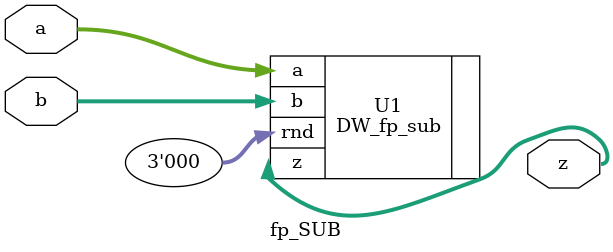
<source format=v>
`include "/usr/cad/synopsys/synthesis/2019.12/dw/sim_ver/DW_fp_mult.v"
`include "/usr/cad/synopsys/synthesis/2019.12/dw/sim_ver/DW_fp_add.v"
`include "/usr/cad/synopsys/synthesis/2019.12/dw/sim_ver/DW_fp_sub.v"

module NN(
	// Input signals
	clk,
	rst_n,
	in_valid_d,
	in_valid_t,
	in_valid_w1,
	in_valid_w2,
	data_point,
	target,
	weight1,
	weight2,
	// Output signals
	out_valid,
	out
);
//================================================================
// IEEE floating point paramenters
//================================================================
parameter inst_sig_width = 23;
parameter inst_exp_width = 8;
parameter inst_ieee_compliance = 0;

parameter inst_total_width = inst_sig_width + inst_exp_width;

//================================================================
//  INPUT AND OUTPUT DECLARATION                         
//================================================================
input  clk, rst_n, in_valid_d, in_valid_t, in_valid_w1, in_valid_w2;
input [inst_total_width:0] data_point, target;
input [inst_total_width:0] weight1, weight2;
output reg	out_valid;
output reg [inst_total_width:0] out;

//================================================================
//  integer / genvar / parameters
//================================================================
integer i;
genvar idx;

parameter LEARNING_RATE = 32'b0_0111_0101_00000110001001001101111 ;
//================================================================
//   Wires & Registers 
//================================================================
//  input
reg [1:0] in_cnt;
reg [3:0] weight1_cnt;
reg [1:0] weight2_cnt;
reg [inst_total_width:0] w1_r[0:11], w2_r[0:2];
reg [inst_total_width:0] s1_r[0:3], to_r;
reg flag;
//  pre_out
reg cur_stage [0:9];
//	forward
wire [inst_total_width:0] sw_1[0:11];
reg [inst_total_width:0] sw_1_r[0:11];

wire [inst_total_width:0] s2_w[0:2];
reg  [inst_total_width:0] s2_r[0:2];
reg  [inst_total_width:0] y1_r[0:2];

wire [inst_total_width:0] sw_2_w[0:2];
reg  [inst_total_width:0] sw_2_r[0:2];

wire [inst_total_width:0] y2;
reg  [inst_total_width:0] y2_r;
//	backward
wire [inst_total_width:0] delta2;
reg  [inst_total_width:0] delta2_r;
wire [inst_total_width:0] w2_delta2_w[0:2];
reg  [inst_total_width:0] w2_delta2_r[0:2];
reg  [inst_total_width:0] delta1_r[0:2];

//	UPDATE
wire [inst_total_width:0] learn_s1[0:3];
reg  [inst_total_width:0] learn_s1_r[0:3];
wire [inst_total_width:0] learn_s2[0:2];
reg  [inst_total_width:0] learn_s2_r[0:2];

wire [inst_total_width:0] pre_new_w1_1[0:3], pre_new_w1_2[0:3], pre_new_w1_3[0:3];
reg  [inst_total_width:0] pre_new_w1_1r[0:3], pre_new_w1_2r[0:3], pre_new_w1_3r[0:3];

wire [inst_total_width:0] pre_new_w2[0:2];
reg  [inst_total_width:0] pre_new_w2_r[0:2];

wire [inst_total_width:0] new_w1[0:11];
wire [inst_total_width:0] new_w2[0:2];

//================================================================
//	FORWARD
//================================================================
generate 
for( idx=0 ; idx<4 ;idx=idx+1 )
begin
	fp_MULT FOR_MULT_1_1( .a( w1_r[idx] ),   .b( s1_r[idx] ), .z( sw_1[idx] ) );
	fp_MULT FOR_MULT_1_2( .a( w1_r[idx+4] ), .b( s1_r[idx] ), .z( sw_1[idx+4] ) );
	fp_MULT FOR_MULT_1_3( .a( w1_r[idx+8] ), .b( s1_r[idx] ), .z( sw_1[idx+8] ) );
end
endgenerate

always@( posedge clk or negedge rst_n )
begin
	if( !rst_n ) 
	begin
		for( i=0; i< 12 ; i=i+1 ) sw_1_r[i] <= 0;
	end
	else if( cur_stage[3] )
	begin
		for( i=0; i< 12 ; i=i+1 ) sw_1_r[i] <= sw_1[i];
	end
end

generate
fp_SUM4 FOR_ADDER_1_1( .a( sw_1_r[0] ), .b( sw_1_r[1] ), .c( sw_1_r[2] ), .d( sw_1_r[3] ), .z( s2_w[0] ) );
fp_SUM4 FOR_ADDER_1_2( .a( sw_1_r[4] ), .b( sw_1_r[5] ), .c( sw_1_r[6] ), .d( sw_1_r[7] ), .z( s2_w[1] ) );
fp_SUM4 FOR_ADDER_1_3( .a( sw_1_r[8] ), .b( sw_1_r[9] ), .c( sw_1_r[10] ), .d( sw_1_r[11] ), .z( s2_w[2] ) );
endgenerate

generate
for( idx=0 ; idx<3 ; idx=idx+1 )
	always@( posedge clk or negedge rst_n )
	begin
		if ( !rst_n ) s2_r[idx] <= 0 ;
		else if( cur_stage[4] ) s2_r[idx] <= s2_w[idx];
	end	
endgenerate

generate
for( idx=0 ; idx<3 ; idx=idx+1 )
	always@( posedge clk or negedge rst_n )
	begin
		if ( !rst_n ) y1_r[idx] <= 0 ;
		else if( cur_stage[4] ) y1_r[idx] <= ( s2_w[idx][inst_total_width] ) ? 0 : s2_w[idx];
	end
endgenerate

generate
for( idx=0 ; idx<3 ; idx=idx+1 )
	fp_MULT MULT_h2( .a( w2_r[idx] ), .b( y1_r[idx] ), .z( sw_2_w[idx] ) );
endgenerate

generate
for( idx=0 ; idx<3 ; idx=idx+1 )
	always@( posedge clk or negedge rst_n )
	begin
		if ( !rst_n ) sw_2_r[idx] <= 0 ;
		else if( cur_stage[5] ) sw_2_r[idx] <= sw_2_w[idx];
	end	
endgenerate

fp_SUM3 SUM3_h2( .a( sw_2_r[0] ), .b( sw_2_r[1] ), .c( sw_2_r[2] ), .z( y2 ) );

always@( posedge clk or negedge rst_n )
begin
	if ( !rst_n ) y2_r <= 0 ;
	else if( cur_stage[6] ) y2_r <= y2;
end

//================================================================
//	BACKWORD
//================================================================
fp_SUB SUB_delta2( .a(y2_r), .b(to_r), .z(delta2) );

always@( posedge clk or negedge rst_n )
begin
	if ( !rst_n ) delta2_r <= 0 ;
	else if( cur_stage[7] ) delta2_r <= delta2;
end

generate
for( idx=0 ; idx<3 ; idx=idx+1 )
	fp_MULT MULT_w2_delta2( .a( w2_r[idx] ), .b( delta2_r ), .z( w2_delta2_w[idx] ) );
endgenerate

generate
for( idx=0 ; idx<3 ; idx=idx+1 )
	always@( posedge clk or negedge rst_n )
	begin
		if ( !rst_n ) w2_delta2_r[idx] <= 0 ;
		else if( cur_stage[8] ) w2_delta2_r[idx] <= w2_delta2_w[idx] ;
	end
endgenerate

generate
for( idx=0 ; idx<3 ; idx=idx+1 )
	always@( posedge clk or negedge rst_n )
	begin
		if ( !rst_n ) delta1_r[idx] <= 0 ;
		else if( cur_stage[9] ) delta1_r[idx] <= ( s2_w[idx][inst_total_width] ) ? 0 : w2_delta2_r[idx];
	end	
endgenerate

//================================================================
//	UPDATE
//================================================================
generate
for( idx=0 ; idx<4 ; idx=idx+1 )
	fp_MULT MULT_lrn_dp( .a( LEARNING_RATE ), .b( s1_r[idx] ), .z( learn_s1[idx] ) );
endgenerate

generate
for( idx=0 ; idx<4 ; idx=idx+1 )
	always@( posedge clk or negedge rst_n )
	begin
		if ( !rst_n ) learn_s1_r[idx] <= 0 ;
		else if( cur_stage[9] ) learn_s1_r[idx] <= learn_s1[idx];
	end	
endgenerate

generate
for( idx=0 ; idx<3 ; idx=idx+1 )
	fp_MULT MULT_lrn_y1( .a( LEARNING_RATE ), .b( y1_r[idx] ), .z( learn_s2[idx] ) );
endgenerate

generate
for( idx=0 ; idx<3 ; idx=idx+1 )
	always@( posedge clk or negedge rst_n )
	begin
		if ( !rst_n ) learn_s2_r[idx] <= 0;
		else if ( cur_stage[9] ) learn_s2_r[idx] <= learn_s2[idx];
	end	
endgenerate

generate
for( idx=0 ; idx<4 ; idx=idx+1 ) 
begin
	fp_MULT MULT_fix_w1_0( .a( learn_s1_r[idx] ), .b( delta1_r[0] ), .z( pre_new_w1_1[idx] ) );
	fp_MULT MULT_fix_w1_1( .a( learn_s1_r[idx] ), .b( delta1_r[1] ), .z( pre_new_w1_2[idx] ) );
	fp_MULT MULT_fix_w1_2( .a( learn_s1_r[idx] ), .b( delta1_r[2] ), .z( pre_new_w1_3[idx] ) );
end	
endgenerate

generate
for( idx=0 ; idx<4 ; idx=idx+1 ) 
begin
	always@( posedge clk or negedge rst_n )
	begin
		if ( !rst_n ) 	pre_new_w1_1r[idx] <= 0;
		else if( cur_stage[0] ) pre_new_w1_1r[idx] <= pre_new_w1_1[idx];
	end
	always@( posedge clk or negedge rst_n )
	begin
		if ( !rst_n ) pre_new_w1_2r[idx] <= 0;
		else if ( cur_stage[0] ) pre_new_w1_2r[idx] <= pre_new_w1_2[idx];
	end
	always@( posedge clk or negedge rst_n )
	begin
		if ( !rst_n ) pre_new_w1_3r[idx] <= 0;
		else if ( cur_stage[0] ) pre_new_w1_3r[idx] <= pre_new_w1_3[idx];
	end
end	
endgenerate

generate
for( idx=0 ; idx<3 ; idx=idx+1 )
	fp_MULT UPDATE_MULT_2_1( .a( learn_s2_r[idx] ), .b( delta2_r ), .z( pre_new_w2[idx] ) ); 
endgenerate

generate
for( idx=0 ; idx<3 ; idx=idx+1 )
	always@( posedge clk or negedge rst_n ) 
	begin
		if (!rst_n)	pre_new_w2_r[idx] <= 0;
		else if ( cur_stage[0] ) pre_new_w2_r[idx] <= pre_new_w2[idx];
	end	
endgenerate

//cur_stage[1] is high
generate
for( idx=0 ; idx<4 ; idx=idx+1 ) begin
	fp_SUB UPDATE_SUB_w1_0( .a(w1_r[ idx+0 ]), .b( pre_new_w1_1r[idx] ), .z( new_w1[ idx+0 ] ) );	
	fp_SUB UPDATE_SUB_w1_1( .a(w1_r[ idx+4 ]), .b( pre_new_w1_2r[idx] ), .z( new_w1[ idx+4 ] ) );	
	fp_SUB UPDATE_SUB_w1_2( .a(w1_r[ idx+8 ]), .b( pre_new_w1_3r[idx] ), .z( new_w1[ idx+8 ] ) );	
end
endgenerate

generate
for( idx=0 ; idx<3 ; idx=idx+1 )
	fp_SUB UPDATE_SUB_w2( .a( w2_r[idx] ), .b( pre_new_w2_r[idx] ), .z( new_w2[idx] ) );	
endgenerate
//================================================================
//  INPUT
//================================================================
//s10, s11, s12
//s13 replace by the last digit of data_point

always@( posedge clk or negedge rst_n )
begin
	if( !rst_n ) 
	begin
		for( i=0 ; i<4 ; i=i+1 ) s1_r[i] <= 0;
	end
	else if( in_valid_d ) s1_r[in_cnt] <= data_point;	
end
//input counter 
always@( posedge clk or negedge rst_n )
begin
	if( !rst_n ) in_cnt <= 0;
	else if( in_valid_d ) in_cnt <= in_cnt + 2'd1;
	else in_cnt <= 0;
end

//target 
always@( posedge clk or negedge rst_n )
begin
	if ( !rst_n ) 	to_r <= 0;
	else if( in_valid_t ) to_r <= target;
end

// reg flag;
always@( posedge clk or negedge rst_n )
begin
	if ( !rst_n ) flag <= 0 ;
	else if ( in_valid_w1 )	flag <= 1;
	else if ( out_valid ) flag <= 0;
end

//weight
always@( posedge clk or negedge rst_n )
begin
	if( !rst_n ) 
	begin
		for( i=0 ; i<12 ; i=i+1 ) w1_r[i] <= 0;
	end
	else if( in_valid_w1 ) w1_r[weight1_cnt] <= weight1;
	else if( cur_stage[1] && flag == 0 )
	begin
		for( i=0 ; i<12 ; i=i+1 ) w1_r[i] <= new_w1[i];
	end

end
always@( posedge clk or negedge rst_n )
begin
	if( !rst_n ) 
	begin
		for( i=0 ; i<3 ; i=i+1 ) w2_r[i] <= 0;
	end
	else if( in_valid_w2 ) w2_r[weight2_cnt] <= weight2;
	else if( cur_stage[1] && flag == 0 )
	begin
		for( i=0 ; i<3 ; i=i+1 ) w2_r[i] <= new_w2[i];
	end
end

//weight counter 
always@( posedge clk or negedge rst_n )
begin
	if( !rst_n ) weight1_cnt <= 0;
	else if( in_valid_w1 ) weight1_cnt <= weight1_cnt + 4'd1;
	else weight1_cnt <= 0;	
end
always@( posedge clk or negedge rst_n )
begin
	if( !rst_n ) weight2_cnt <= 0;
	else if( in_valid_w2 ) weight2_cnt <= weight2_cnt + 2'd1;
	else weight2_cnt <= 0;	
end

//================================================================
//  PRE_OUTPUT
//================================================================
always@( posedge clk or negedge rst_n )
begin
	if ( !rst_n ) 
	begin
		for( i=0 ; i<10 ; i=i+1 ) cur_stage[i] <= 0 ;
	end
	else 
	begin
		cur_stage[0] <= in_valid_t ;
		for( i=0 ; i<9 ; i=i+1 ) cur_stage[i+1] <= cur_stage[i] ;
	end
end

//================================================================
//  OUTPUT : out_valid & out
//================================================================
always@( posedge clk or negedge rst_n )
begin
	if ( !rst_n ) out_valid <= 0 ;
	else out_valid <= cur_stage[6] ;
end

always@( posedge clk or negedge rst_n )
begin
	if ( !rst_n ) out <= 0 ;
	else if ( cur_stage[6] ) out <= y2 ;
	else out <= 0 ;
end

endmodule

//############################################################################
//++++++++++++++++++++++++++++++++++++++++++++++++++++++++++++++++++++++++++++
//  SUB MODULE
//++++++++++++++++++++++++++++++++++++++++++++++++++++++++++++++++++++++++++++
//############################################################################

module fp_MULT(
	// input signals 
	a, 
	b,
	// output signals 	
	z
);
	
//================================================================
// IEEE floating point paramenters
//================================================================
parameter inst_sig_width = 23;
parameter inst_exp_width = 8;
parameter inst_ieee_compliance = 0;
parameter inst_total_width = inst_sig_width + inst_exp_width;

input  [inst_total_width:0] a, b;
output [inst_total_width:0] z;

DW_fp_mult #(inst_sig_width, inst_exp_width, inst_ieee_compliance)
	U1( .a( a ),
		.b( b ),
		.rnd( 3'b000 ),
		.z( z ) );
endmodule

module fp_SUM4(
	// input signals 
	a, 
	b, 
	c, 
	d, 
	// output signals 
	z
);
//================================================================
// IEEE floating point paramenters
//================================================================
parameter inst_sig_width = 23;
parameter inst_exp_width = 8;
parameter inst_ieee_compliance = 0;
parameter inst_total_width = inst_sig_width + inst_exp_width;

input  [inst_total_width:0] a, b, c, d;
output [inst_total_width:0] z;

wire [inst_total_width:0] adder_ab, adder_cd;

DW_fp_add #(inst_sig_width, inst_exp_width, inst_ieee_compliance)
	U1(	.a( a ),
		.b( b ),
		.rnd( 3'b000 ),
		.z( adder_ab ) );

DW_fp_add #(inst_sig_width, inst_exp_width, inst_ieee_compliance)
	U2(	.a( c ),
		.b( d ),
		.rnd( 3'b000 ),
		.z( adder_cd ) );

DW_fp_add #(inst_sig_width, inst_exp_width, inst_ieee_compliance)
  ADDER(.a( adder_ab ),
		.b( adder_cd ),
		.rnd( 3'b000 ),
		.z( z ) );
endmodule

module fp_SUM3(
	// input signals 
	a, 
	b, 
	c, 
	// output signals 	
	z
);
//================================================================
// IEEE floating point paramenters
//================================================================
parameter inst_sig_width = 23;
parameter inst_exp_width = 8;
parameter inst_ieee_compliance = 0;
parameter inst_total_width = inst_sig_width + inst_exp_width;

input [inst_total_width:0] a, b, c;
output [inst_total_width:0] z;

wire [inst_total_width:0] adder_ab;

DW_fp_add #(inst_sig_width, inst_exp_width, inst_ieee_compliance)
	U1(	.a( a ),
		.b( b ),
		.rnd( 3'b000 ),
		.z( adder_ab ) );

DW_fp_add #(inst_sig_width, inst_exp_width, inst_ieee_compliance)
	U2(	.a( adder_ab ),
		.b( c ),
		.rnd( 3'b000 ),
		.z( z ) );
endmodule

module fp_SUB(
	// input signals 
	a, 
	b, 
	// output signals 
	z
);
//================================================================
// IEEE floating point paramenters
//================================================================
parameter inst_sig_width = 23;
parameter inst_exp_width = 8;
parameter inst_ieee_compliance = 0;
parameter inst_total_width = inst_sig_width + inst_exp_width;

input [inst_total_width:0] a, b;
output [inst_total_width:0] z;

DW_fp_sub #(inst_sig_width, inst_exp_width, inst_ieee_compliance)
	U1(	.a( a ),
		.b( b ),
		.rnd( 3'b000 ),
		.z( z ) );	
endmodule
</source>
